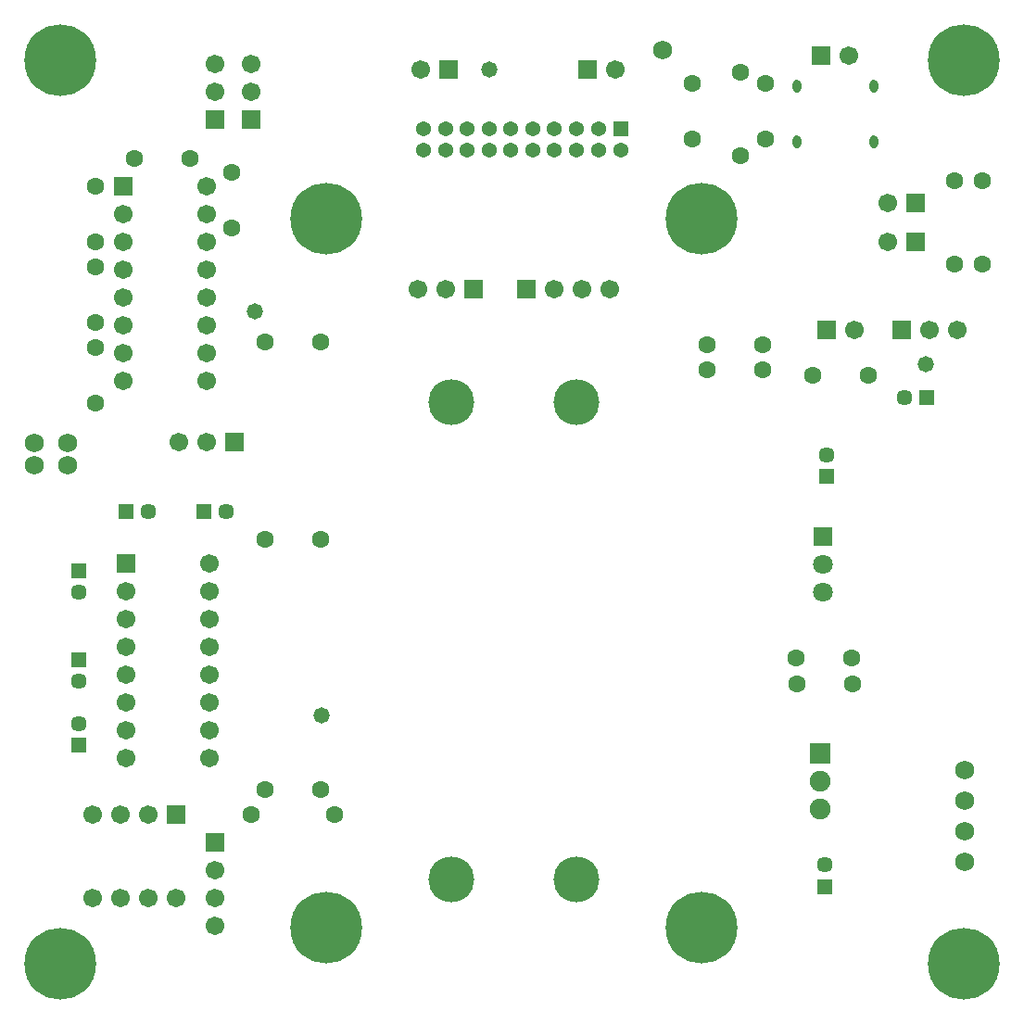
<source format=gbs>
%FSLAX23Y23*%
%MOIN*%
G70*
G01*
G75*
G04 Layer_Color=16711935*
%ADD10C,0.020*%
%ADD11C,0.060*%
%ADD12R,0.049X0.049*%
%ADD13C,0.049*%
%ADD14C,0.055*%
%ADD15R,0.067X0.067*%
%ADD16C,0.067*%
%ADD17R,0.063X0.063*%
%ADD18C,0.063*%
%ADD19R,0.049X0.049*%
%ADD20C,0.059*%
%ADD21R,0.059X0.059*%
%ADD22C,0.059*%
%ADD23R,0.059X0.059*%
%ADD24R,0.059X0.059*%
%ADD25C,0.250*%
%ADD26C,0.157*%
%ADD27R,0.046X0.046*%
%ADD28C,0.046*%
%ADD29O,0.024X0.039*%
%ADD30C,0.050*%
%ADD31C,0.015*%
%ADD32C,0.008*%
%ADD33C,0.010*%
%ADD34C,0.024*%
%ADD35C,0.010*%
%ADD36C,0.020*%
%ADD37C,0.008*%
%ADD38C,0.006*%
%ADD39C,0.068*%
%ADD40R,0.057X0.057*%
%ADD41C,0.057*%
%ADD42C,0.063*%
%ADD43R,0.075X0.075*%
%ADD44C,0.075*%
%ADD45R,0.071X0.071*%
%ADD46C,0.071*%
%ADD47R,0.057X0.057*%
%ADD48C,0.067*%
%ADD49R,0.067X0.067*%
%ADD50C,0.067*%
%ADD51R,0.067X0.067*%
%ADD52R,0.067X0.067*%
%ADD53C,0.258*%
%ADD54C,0.165*%
%ADD55R,0.054X0.054*%
%ADD56C,0.054*%
%ADD57O,0.032X0.047*%
%ADD58C,0.058*%
D39*
X1200Y3048D02*
D03*
Y2968D02*
D03*
X1080Y3048D02*
D03*
Y2968D02*
D03*
X4427Y1869D02*
D03*
Y1759D02*
D03*
Y1649D02*
D03*
Y1539D02*
D03*
X3341Y4459D02*
D03*
D40*
X3926Y1451D02*
D03*
X3932Y2926D02*
D03*
X1241Y2588D02*
D03*
Y2268D02*
D03*
Y1960D02*
D03*
D41*
X3926Y1529D02*
D03*
X3932Y3004D02*
D03*
X1770Y2799D02*
D03*
X1490D02*
D03*
X1241Y2510D02*
D03*
Y2190D02*
D03*
Y2038D02*
D03*
X4212Y3209D02*
D03*
D42*
X4023Y2275D02*
D03*
X3823D02*
D03*
X3825Y2179D02*
D03*
X4025D02*
D03*
X3449Y4339D02*
D03*
Y4139D02*
D03*
X1301Y3189D02*
D03*
Y3389D02*
D03*
Y3479D02*
D03*
Y3679D02*
D03*
Y3769D02*
D03*
Y3969D02*
D03*
X1641Y4069D02*
D03*
X1441D02*
D03*
X1791Y4019D02*
D03*
Y3819D02*
D03*
X3711Y4139D02*
D03*
Y4339D02*
D03*
X1911Y2699D02*
D03*
X2111D02*
D03*
X1911Y3409D02*
D03*
X2111D02*
D03*
X3701Y3309D02*
D03*
X3501D02*
D03*
X4391Y3989D02*
D03*
Y3689D02*
D03*
X4491Y3989D02*
D03*
Y3689D02*
D03*
X3621Y4379D02*
D03*
Y4079D02*
D03*
X2161Y1709D02*
D03*
X1861D02*
D03*
X1911Y1799D02*
D03*
X2111D02*
D03*
X3881Y3289D02*
D03*
X4081D02*
D03*
X3501Y3399D02*
D03*
X3701D02*
D03*
D43*
X3908Y1930D02*
D03*
D44*
Y1830D02*
D03*
Y1730D02*
D03*
D45*
X3918Y2710D02*
D03*
D46*
Y2610D02*
D03*
Y2510D02*
D03*
D47*
X1692Y2799D02*
D03*
X1412D02*
D03*
X4290Y3209D02*
D03*
D48*
X1291Y1409D02*
D03*
X1391D02*
D03*
X1491D02*
D03*
X1591D02*
D03*
X1291Y1709D02*
D03*
X1391D02*
D03*
X1491D02*
D03*
X1411Y2514D02*
D03*
Y2414D02*
D03*
Y2314D02*
D03*
Y2214D02*
D03*
Y2114D02*
D03*
Y2014D02*
D03*
Y1914D02*
D03*
X1711Y2614D02*
D03*
Y2514D02*
D03*
Y2414D02*
D03*
Y2314D02*
D03*
Y2214D02*
D03*
Y2114D02*
D03*
Y2014D02*
D03*
Y1914D02*
D03*
X2471Y4389D02*
D03*
X3171D02*
D03*
X1861Y4309D02*
D03*
Y4409D02*
D03*
X1731Y4309D02*
D03*
Y4409D02*
D03*
X1701Y3049D02*
D03*
X1601D02*
D03*
X1731Y1309D02*
D03*
Y1409D02*
D03*
Y1509D02*
D03*
X4151Y3909D02*
D03*
Y3769D02*
D03*
X4031Y3454D02*
D03*
X4401D02*
D03*
X4301D02*
D03*
X4011Y4439D02*
D03*
X3151Y3599D02*
D03*
X3051D02*
D03*
X2951D02*
D03*
X2461D02*
D03*
X2561D02*
D03*
D49*
X1591Y1709D02*
D03*
X1861Y4209D02*
D03*
X1731D02*
D03*
Y1609D02*
D03*
D50*
X1701Y3269D02*
D03*
Y3369D02*
D03*
Y3469D02*
D03*
Y3569D02*
D03*
Y3669D02*
D03*
Y3769D02*
D03*
Y3869D02*
D03*
Y3969D02*
D03*
X1401Y3269D02*
D03*
Y3369D02*
D03*
Y3469D02*
D03*
Y3569D02*
D03*
Y3669D02*
D03*
Y3769D02*
D03*
Y3869D02*
D03*
D51*
Y3969D02*
D03*
D52*
X1411Y2614D02*
D03*
X2571Y4389D02*
D03*
X3071D02*
D03*
X1801Y3049D02*
D03*
X4251Y3909D02*
D03*
Y3769D02*
D03*
X3931Y3454D02*
D03*
X4201D02*
D03*
X3911Y4439D02*
D03*
X2851Y3599D02*
D03*
X2661D02*
D03*
D53*
X4426Y1174D02*
D03*
X1176D02*
D03*
Y4424D02*
D03*
X4426D02*
D03*
X3482Y1305D02*
D03*
X2132D02*
D03*
Y3855D02*
D03*
X3482D02*
D03*
D54*
X3032Y1478D02*
D03*
X2582D02*
D03*
Y3194D02*
D03*
X3032D02*
D03*
D55*
X3190Y4178D02*
D03*
D56*
Y4099D02*
D03*
X3111Y4178D02*
D03*
Y4099D02*
D03*
X3032Y4178D02*
D03*
Y4099D02*
D03*
X2953Y4178D02*
D03*
Y4099D02*
D03*
X2875Y4178D02*
D03*
Y4099D02*
D03*
X2796Y4178D02*
D03*
Y4099D02*
D03*
X2717Y4178D02*
D03*
Y4099D02*
D03*
X2638Y4178D02*
D03*
Y4099D02*
D03*
X2560Y4178D02*
D03*
Y4099D02*
D03*
X2481Y4178D02*
D03*
Y4099D02*
D03*
D57*
X4101Y4329D02*
D03*
X3825D02*
D03*
Y4132D02*
D03*
X4101D02*
D03*
D58*
X2116Y2068D02*
D03*
X4289Y3332D02*
D03*
X1874Y3519D02*
D03*
X2717Y4389D02*
D03*
M02*

</source>
